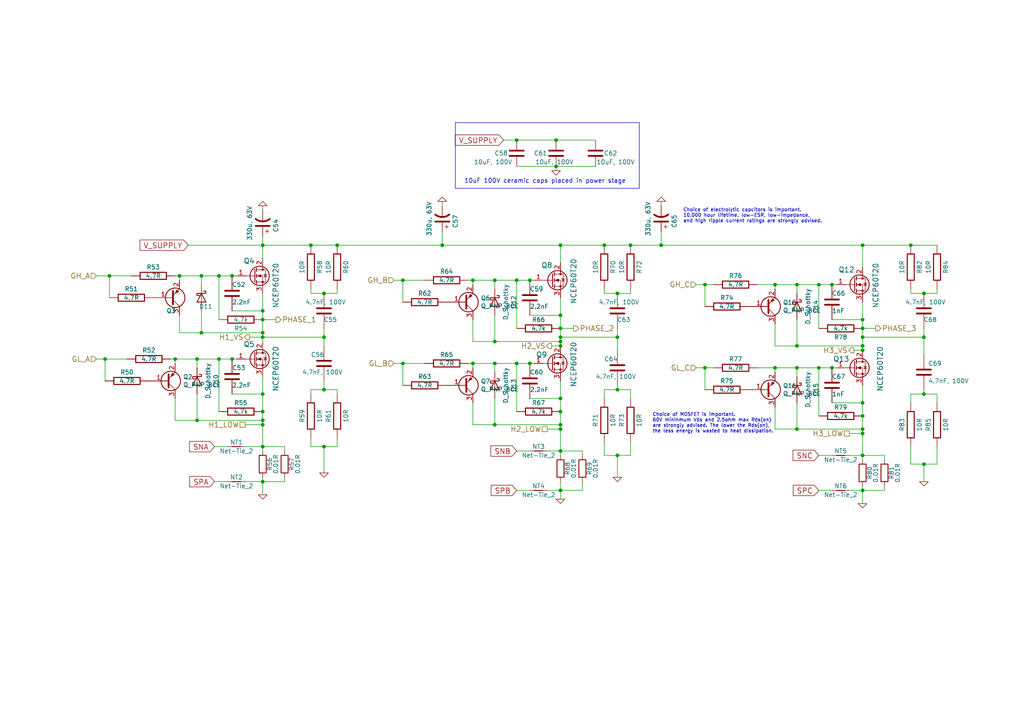
<source format=kicad_sch>
(kicad_sch (version 20230121) (generator eeschema)
  (paper "A4")
  (title_block (title "Cheap FOCer 2") (date "2020-04-08") (rev "0.9") (company "Shaman Systems") (comment 1 "Root") (comment 4 "Top level"))
  (junction (at 179.07 132.08))
  (junction (at 162.56 142.24))
  (junction (at 76.2 97.79))
  (junction (at 250.19 95.25))
  (junction (at 161.29 48.26))
  (junction (at 76.2 71.12))
  (junction (at 162.56 71.12))
  (junction (at 267.97 97.79))
  (junction (at 264.16 71.12))
  (junction (at 162.56 119.38))
  (junction (at 162.56 91.44))
  (junction (at 162.56 95.25))
  (junction (at 231.14 124.46))
  (junction (at 162.56 97.79))
  (junction (at 231.14 106.68))
  (junction (at 63.5 80.01))
  (junction (at 250.19 125.73))
  (junction (at 241.3 106.68))
  (junction (at 97.79 71.12))
  (junction (at 143.51 99.06))
  (junction (at 250.19 142.24))
  (junction (at 204.47 82.55))
  (junction (at 153.67 105.41))
  (junction (at 58.42 80.01))
  (junction (at 204.47 106.68))
  (junction (at 76.2 121.92))
  (junction (at 128.27 71.12))
  (junction (at 143.51 123.19))
  (junction (at 116.84 81.28))
  (junction (at 237.49 82.55))
  (junction (at 76.2 129.54))
  (junction (at 93.98 113.03))
  (junction (at 76.2 92.71))
  (junction (at 224.79 106.68))
  (junction (at 143.51 105.41))
  (junction (at 76.2 114.3))
  (junction (at 224.79 82.55))
  (junction (at 162.56 130.81))
  (junction (at 231.14 82.55))
  (junction (at 267.97 134.62))
  (junction (at 162.56 124.46))
  (junction (at 76.2 139.7))
  (junction (at 58.42 96.52))
  (junction (at 250.19 101.6))
  (junction (at 267.97 85.09))
  (junction (at 250.19 124.46))
  (junction (at 237.49 106.68))
  (junction (at 250.19 116.84))
  (junction (at 267.97 114.3))
  (junction (at 67.31 104.14))
  (junction (at 149.86 40.64))
  (junction (at 250.19 97.79))
  (junction (at 162.56 100.33))
  (junction (at 149.86 81.28))
  (junction (at 63.5 104.14))
  (junction (at 31.75 80.01))
  (junction (at 76.2 96.52))
  (junction (at 90.17 71.12))
  (junction (at 93.98 85.09))
  (junction (at 241.3 82.55))
  (junction (at 67.31 80.01))
  (junction (at 179.07 97.79))
  (junction (at 153.67 81.28))
  (junction (at 57.15 121.92))
  (junction (at 179.07 85.09))
  (junction (at 231.14 100.33))
  (junction (at 179.07 113.03))
  (junction (at 161.29 40.64))
  (junction (at 250.19 92.71))
  (junction (at 50.8 104.14))
  (junction (at 250.19 100.33))
  (junction (at 149.86 105.41))
  (junction (at 137.16 105.41))
  (junction (at 137.16 81.28))
  (junction (at 52.07 80.01))
  (junction (at 116.84 105.41))
  (junction (at 57.15 104.14))
  (junction (at 175.26 71.12))
  (junction (at 30.48 104.14))
  (junction (at 162.56 115.57))
  (junction (at 143.51 81.28))
  (junction (at 76.2 123.19))
  (junction (at 250.19 71.12))
  (junction (at 76.2 90.17))
  (junction (at 76.2 119.38))
  (junction (at 93.98 129.54))
  (junction (at 162.56 99.06))
  (junction (at 250.19 132.08))
  (junction (at 250.19 120.65))
  (junction (at 93.98 97.79))
  (junction (at 182.88 71.12))
  (junction (at 162.56 123.19))
  (junction (at 191.77 71.12))
  (wire (pts (xy 256.54 140.97) (xy 256.54 142.24)))
  (wire (pts (xy 149.86 119.38) (xy 149.86 105.41)))
  (wire (pts (xy 82.55 130.81) (xy 82.55 129.54)))
  (wire (pts (xy 271.78 129.54) (xy 271.78 134.62)))
  (wire (pts (xy 76.2 71.12) (xy 90.17 71.12)))
  (wire (pts (xy 76.2 139.7) (xy 76.2 143.51)))
  (wire (pts (xy 241.3 106.68) (xy 242.57 106.68)))
  (wire (pts (xy 271.78 85.09) (xy 271.78 83.82)))
  (wire (pts (xy 168.91 132.08) (xy 168.91 130.81)))
  (wire (pts (xy 224.79 107.95) (xy 224.79 106.68)))
  (wire (pts (xy 63.5 92.71) (xy 63.5 80.01)))
  (wire (pts (xy 237.49 106.68) (xy 241.3 106.68)))
  (polyline (pts (xy 185.42 35.56) (xy 132.08 35.56)))
  (wire (pts (xy 149.86 142.24) (xy 153.67 142.24)))
  (wire (pts (xy 237.49 132.08) (xy 241.3 132.08)))
  (wire (pts (xy 90.17 129.54) (xy 90.17 127)))
  (wire (pts (xy 97.79 71.12) (xy 128.27 71.12)))
  (wire (pts (xy 90.17 113.03) (xy 90.17 114.3)))
  (wire (pts (xy 179.07 85.09) (xy 182.88 85.09)))
  (wire (pts (xy 143.51 123.19) (xy 162.56 123.19)))
  (wire (pts (xy 93.98 113.03) (xy 90.17 113.03)))
  (wire (pts (xy 50.8 80.01) (xy 52.07 80.01)))
  (polyline (pts (xy 185.42 54.61) (xy 185.42 35.56)))
  (wire (pts (xy 267.97 95.25) (xy 267.97 97.79)))
  (wire (pts (xy 179.07 132.08) (xy 175.26 132.08)))
  (wire (pts (xy 179.07 138.43) (xy 179.07 132.08)))
  (wire (pts (xy 264.16 114.3) (xy 264.16 116.84)))
  (wire (pts (xy 241.3 92.71) (xy 250.19 92.71)))
  (wire (pts (xy 175.26 85.09) (xy 179.07 85.09)))
  (wire (pts (xy 256.54 133.35) (xy 256.54 132.08)))
  (wire (pts (xy 76.2 92.71) (xy 80.01 92.71)))
  (wire (pts (xy 168.91 142.24) (xy 162.56 142.24)))
  (wire (pts (xy 201.93 106.68) (xy 204.47 106.68)))
  (wire (pts (xy 116.84 87.63) (xy 116.84 81.28)))
  (wire (pts (xy 116.84 111.76) (xy 116.84 105.41)))
  (wire (pts (xy 71.12 123.19) (xy 76.2 123.19)))
  (wire (pts (xy 52.07 81.28) (xy 52.07 80.01)))
  (wire (pts (xy 76.2 60.96) (xy 76.2 59.69)))
  (wire (pts (xy 153.67 115.57) (xy 162.56 115.57)))
  (wire (pts (xy 231.14 106.68) (xy 224.79 106.68)))
  (wire (pts (xy 63.5 104.14) (xy 63.5 119.38)))
  (wire (pts (xy 128.27 71.12) (xy 162.56 71.12)))
  (wire (pts (xy 162.56 144.78) (xy 162.56 142.24)))
  (wire (pts (xy 143.51 123.19) (xy 137.16 123.19)))
  (wire (pts (xy 76.2 123.19) (xy 76.2 129.54)))
  (wire (pts (xy 93.98 85.09) (xy 97.79 85.09)))
  (wire (pts (xy 90.17 85.09) (xy 93.98 85.09)))
  (wire (pts (xy 72.39 97.79) (xy 76.2 97.79)))
  (wire (pts (xy 246.38 132.08) (xy 250.19 132.08)))
  (wire (pts (xy 182.88 115.57) (xy 182.88 113.03)))
  (wire (pts (xy 224.79 106.68) (xy 219.71 106.68)))
  (wire (pts (xy 224.79 93.98) (xy 224.79 100.33)))
  (wire (pts (xy 162.56 95.25) (xy 166.37 95.25)))
  (wire (pts (xy 246.38 142.24) (xy 250.19 142.24)))
  (wire (pts (xy 97.79 114.3) (xy 97.79 113.03)))
  (wire (pts (xy 267.97 113.03) (xy 267.97 114.3)))
  (wire (pts (xy 97.79 113.03) (xy 93.98 113.03)))
  (wire (pts (xy 137.16 92.71) (xy 137.16 99.06)))
  (wire (pts (xy 27.94 104.14) (xy 30.48 104.14)))
  (wire (pts (xy 76.2 71.12) (xy 76.2 74.93)))
  (wire (pts (xy 204.47 113.03) (xy 204.47 106.68)))
  (wire (pts (xy 63.5 104.14) (xy 67.31 104.14)))
  (wire (pts (xy 30.48 110.49) (xy 30.48 104.14)))
  (wire (pts (xy 246.38 125.73) (xy 250.19 125.73)))
  (wire (pts (xy 231.14 100.33) (xy 224.79 100.33)))
  (wire (pts (xy 71.12 129.54) (xy 76.2 129.54)))
  (wire (pts (xy 137.16 105.41) (xy 143.51 105.41)))
  (wire (pts (xy 76.2 121.92) (xy 76.2 123.19)))
  (wire (pts (xy 250.19 71.12) (xy 264.16 71.12)))
  (wire (pts (xy 149.86 81.28) (xy 153.67 81.28)))
  (wire (pts (xy 57.15 114.3) (xy 57.15 121.92)))
  (wire (pts (xy 50.8 104.14) (xy 57.15 104.14)))
  (wire (pts (xy 93.98 137.16) (xy 93.98 129.54)))
  (wire (pts (xy 237.49 120.65) (xy 237.49 106.68)))
  (wire (pts (xy 237.49 82.55) (xy 241.3 82.55)))
  (polyline (pts (xy 132.08 54.61) (xy 185.42 54.61)))
  (wire (pts (xy 224.79 118.11) (xy 224.79 124.46)))
  (wire (pts (xy 153.67 91.44) (xy 162.56 91.44)))
  (wire (pts (xy 241.3 116.84) (xy 250.19 116.84)))
  (wire (pts (xy 63.5 80.01) (xy 67.31 80.01)))
  (wire (pts (xy 161.29 48.26) (xy 161.29 49.53)))
  (wire (pts (xy 237.49 142.24) (xy 241.3 142.24)))
  (wire (pts (xy 49.53 104.14) (xy 50.8 104.14)))
  (wire (pts (xy 204.47 88.9) (xy 204.47 82.55)))
  (wire (pts (xy 58.42 96.52) (xy 76.2 96.52)))
  (wire (pts (xy 247.65 101.6) (xy 250.19 101.6)))
  (wire (pts (xy 162.56 71.12) (xy 162.56 76.2)))
  (wire (pts (xy 250.19 92.71) (xy 250.19 95.25)))
  (wire (pts (xy 57.15 106.68) (xy 57.15 104.14)))
  (wire (pts (xy 231.14 124.46) (xy 224.79 124.46)))
  (wire (pts (xy 231.14 124.46) (xy 250.19 124.46)))
  (wire (pts (xy 54.61 71.12) (xy 76.2 71.12)))
  (wire (pts (xy 271.78 134.62) (xy 267.97 134.62)))
  (wire (pts (xy 191.77 67.31) (xy 191.77 71.12)))
  (wire (pts (xy 76.2 109.22) (xy 76.2 114.3)))
  (wire (pts (xy 162.56 142.24) (xy 162.56 139.7)))
  (wire (pts (xy 82.55 138.43) (xy 82.55 139.7)))
  (wire (pts (xy 30.48 104.14) (xy 36.83 104.14)))
  (wire (pts (xy 52.07 91.44) (xy 52.07 96.52)))
  (wire (pts (xy 179.07 113.03) (xy 175.26 113.03)))
  (wire (pts (xy 161.29 48.26) (xy 172.72 48.26)))
  (wire (pts (xy 71.12 139.7) (xy 76.2 139.7)))
  (wire (pts (xy 161.29 40.64) (xy 172.72 40.64)))
  (wire (pts (xy 250.19 146.05) (xy 250.19 142.24)))
  (wire (pts (xy 267.97 85.09) (xy 271.78 85.09)))
  (wire (pts (xy 207.01 82.55) (xy 204.47 82.55)))
  (wire (pts (xy 224.79 83.82) (xy 224.79 82.55)))
  (wire (pts (xy 271.78 116.84) (xy 271.78 114.3)))
  (wire (pts (xy 162.56 115.57) (xy 162.56 119.38)))
  (wire (pts (xy 158.75 130.81) (xy 162.56 130.81)))
  (wire (pts (xy 175.26 71.12) (xy 182.88 71.12)))
  (wire (pts (xy 250.19 111.76) (xy 250.19 116.84)))
  (wire (pts (xy 146.05 40.64) (xy 149.86 40.64)))
  (wire (pts (xy 27.94 80.01) (xy 31.75 80.01)))
  (wire (pts (xy 116.84 81.28) (xy 123.19 81.28)))
  (wire (pts (xy 241.3 82.55) (xy 242.57 82.55)))
  (wire (pts (xy 219.71 82.55) (xy 224.79 82.55)))
  (wire (pts (xy 191.77 71.12) (xy 250.19 71.12)))
  (wire (pts (xy 231.14 109.22) (xy 231.14 106.68)))
  (wire (pts (xy 153.67 105.41) (xy 154.94 105.41)))
  (wire (pts (xy 204.47 82.55) (xy 201.93 82.55)))
  (wire (pts (xy 231.14 116.84) (xy 231.14 124.46)))
  (wire (pts (xy 250.19 132.08) (xy 250.19 133.35)))
  (wire (pts (xy 143.51 99.06) (xy 137.16 99.06)))
  (wire (pts (xy 93.98 110.49) (xy 93.98 113.03)))
  (wire (pts (xy 162.56 110.49) (xy 162.56 115.57)))
  (wire (pts (xy 175.26 113.03) (xy 175.26 115.57)))
  (wire (pts (xy 231.14 82.55) (xy 237.49 82.55)))
  (wire (pts (xy 93.98 129.54) (xy 90.17 129.54)))
  (wire (pts (xy 162.56 86.36) (xy 162.56 91.44)))
  (wire (pts (xy 128.27 59.69) (xy 128.27 58.42)))
  (wire (pts (xy 149.86 130.81) (xy 153.67 130.81)))
  (wire (pts (xy 97.79 127) (xy 97.79 129.54)))
  (wire (pts (xy 250.19 142.24) (xy 250.19 140.97)))
  (wire (pts (xy 162.56 71.12) (xy 175.26 71.12)))
  (wire (pts (xy 143.51 99.06) (xy 162.56 99.06)))
  (wire (pts (xy 179.07 95.25) (xy 179.07 97.79)))
  (wire (pts (xy 67.31 90.17) (xy 76.2 90.17)))
  (wire (pts (xy 250.19 120.65) (xy 250.19 124.46)))
  (wire (pts (xy 182.88 71.12) (xy 191.77 71.12)))
  (wire (pts (xy 67.31 80.01) (xy 68.58 80.01)))
  (wire (pts (xy 149.86 81.28) (xy 149.86 95.25)))
  (wire (pts (xy 76.2 97.79) (xy 76.2 99.06)))
  (wire (pts (xy 58.42 96.52) (xy 52.07 96.52)))
  (wire (pts (xy 50.8 115.57) (xy 50.8 121.92)))
  (wire (pts (xy 175.26 132.08) (xy 175.26 128.27)))
  (wire (pts (xy 256.54 132.08) (xy 250.19 132.08)))
  (wire (pts (xy 204.47 106.68) (xy 207.01 106.68)))
  (wire (pts (xy 168.91 139.7) (xy 168.91 142.24)))
  (wire (pts (xy 143.51 107.95) (xy 143.51 105.41)))
  (wire (pts (xy 168.91 130.81) (xy 162.56 130.81)))
  (wire (pts (xy 76.2 85.09) (xy 76.2 90.17)))
  (wire (pts (xy 191.77 59.69) (xy 191.77 58.42)))
  (wire (pts (xy 153.67 81.28) (xy 154.94 81.28)))
  (wire (pts (xy 135.89 105.41) (xy 137.16 105.41)))
  (wire (pts (xy 50.8 105.41) (xy 50.8 104.14)))
  (wire (pts (xy 264.16 71.12) (xy 271.78 71.12)))
  (wire (pts (xy 76.2 114.3) (xy 76.2 119.38)))
  (wire (pts (xy 182.88 113.03) (xy 179.07 113.03)))
  (wire (pts (xy 82.55 129.54) (xy 76.2 129.54)))
  (wire (pts (xy 231.14 85.09) (xy 231.14 82.55)))
  (wire (pts (xy 182.88 128.27) (xy 182.88 132.08)))
  (wire (pts (xy 162.56 99.06) (xy 162.56 100.33)))
  (wire (pts (xy 160.02 100.33) (xy 162.56 100.33)))
  (wire (pts (xy 143.51 81.28) (xy 137.16 81.28)))
  (wire (pts (xy 93.98 100.33) (xy 93.98 97.79)))
  (wire (pts (xy 250.19 125.73) (xy 250.19 132.08)))
  (wire (pts (xy 31.75 86.36) (xy 31.75 80.01)))
  (wire (pts (xy 58.42 82.55) (xy 58.42 80.01)))
  (wire (pts (xy 57.15 121.92) (xy 76.2 121.92)))
  (wire (pts (xy 67.31 104.14) (xy 68.58 104.14)))
  (wire (pts (xy 264.16 83.82) (xy 264.16 85.09)))
  (wire (pts (xy 162.56 130.81) (xy 162.56 132.08)))
  (wire (pts (xy 267.97 134.62) (xy 264.16 134.62)))
  (wire (pts (xy 57.15 121.92) (xy 50.8 121.92)))
  (polyline (pts (xy 132.08 35.56) (xy 132.08 54.61)))
  (wire (pts (xy 267.97 139.7) (xy 267.97 134.62)))
  (wire (pts (xy 76.2 119.38) (xy 76.2 121.92)))
  (wire (pts (xy 143.51 81.28) (xy 149.86 81.28)))
  (wire (pts (xy 250.19 95.25) (xy 250.19 97.79)))
  (wire (pts (xy 116.84 105.41) (xy 123.19 105.41)))
  (wire (pts (xy 264.16 85.09) (xy 267.97 85.09)))
  (wire (pts (xy 250.19 124.46) (xy 250.19 125.73)))
  (wire (pts (xy 250.19 71.12) (xy 250.19 77.47)))
  (wire (pts (xy 90.17 83.82) (xy 90.17 85.09)))
  (wire (pts (xy 250.19 97.79) (xy 250.19 100.33)))
  (wire (pts (xy 137.16 116.84) (xy 137.16 123.19)))
  (wire (pts (xy 76.2 129.54) (xy 76.2 130.81)))
  (wire (pts (xy 90.17 71.12) (xy 97.79 71.12)))
  (wire (pts (xy 58.42 80.01) (xy 63.5 80.01)))
  (wire (pts (xy 162.56 124.46) (xy 162.56 130.81)))
  (wire (pts (xy 114.3 105.41) (xy 116.84 105.41)))
  (wire (pts (xy 158.75 142.24) (xy 162.56 142.24)))
  (wire (pts (xy 237.49 82.55) (xy 237.49 95.25)))
  (wire (pts (xy 149.86 105.41) (xy 153.67 105.41)))
  (wire (pts (xy 162.56 95.25) (xy 162.56 97.79)))
  (wire (pts (xy 76.2 139.7) (xy 76.2 138.43)))
  (wire (pts (xy 62.23 129.54) (xy 66.04 129.54)))
  (wire (pts (xy 250.19 95.25) (xy 254 95.25)))
  (wire (pts (xy 143.51 83.82) (xy 143.51 81.28)))
  (wire (pts (xy 149.86 48.26) (xy 161.29 48.26)))
  (wire (pts (xy 250.19 100.33) (xy 250.19 101.6)))
  (wire (pts (xy 62.23 139.7) (xy 66.04 139.7)))
  (wire (pts (xy 97.79 85.09) (xy 97.79 83.82)))
  (wire (pts (xy 162.56 97.79) (xy 179.07 97.79)))
  (wire (pts (xy 31.75 80.01) (xy 38.1 80.01)))
  (wire (pts (xy 182.88 132.08) (xy 179.07 132.08)))
  (wire (pts (xy 162.56 91.44) (xy 162.56 95.25)))
  (wire (pts (xy 175.26 83.82) (xy 175.26 85.09)))
  (wire (pts (xy 162.56 123.19) (xy 162.56 124.46)))
  (wire (pts (xy 158.75 124.46) (xy 162.56 124.46)))
  (wire (pts (xy 137.16 106.68) (xy 137.16 105.41)))
  (wire (pts (xy 179.07 111.76) (xy 179.07 113.03)))
  (wire (pts (xy 58.42 90.17) (xy 58.42 96.52)))
  (wire (pts (xy 76.2 68.58) (xy 76.2 71.12)))
  (wire (pts (xy 76.2 92.71) (xy 76.2 96.52)))
  (wire (pts (xy 82.55 139.7) (xy 76.2 139.7)))
  (wire (pts (xy 52.07 80.01) (xy 58.42 80.01)))
  (wire (pts (xy 149.86 40.64) (xy 161.29 40.64)))
  (wire (pts (xy 93.98 95.25) (xy 93.98 97.79)))
  (wire (pts (xy 143.51 115.57) (xy 143.51 123.19)))
  (wire (pts (xy 143.51 105.41) (xy 149.86 105.41)))
  (wire (pts (xy 231.14 100.33) (xy 250.19 100.33)))
  (wire (pts (xy 135.89 81.28) (xy 137.16 81.28)))
  (wire (pts (xy 76.2 90.17) (xy 76.2 92.71)))
  (wire (pts (xy 76.2 97.79) (xy 93.98 97.79)))
  (wire (pts (xy 143.51 91.44) (xy 143.51 99.06)))
  (wire (pts (xy 250.19 116.84) (xy 250.19 120.65)))
  (wire (pts (xy 231.14 92.71) (xy 231.14 100.33)))
  (wire (pts (xy 231.14 106.68) (xy 237.49 106.68)))
  (wire (pts (xy 224.79 82.55) (xy 231.14 82.55)))
  (wire (pts (xy 57.15 104.14) (xy 63.5 104.14)))
  (wire (pts (xy 256.54 142.24) (xy 250.19 142.24)))
  (wire (pts (xy 267.97 102.87) (xy 267.97 97.79)))
  (wire (pts (xy 128.27 67.31) (xy 128.27 71.12)))
  (wire (pts (xy 162.56 119.38) (xy 162.56 123.19)))
  (wire (pts (xy 76.2 96.52) (xy 76.2 97.79)))
  (wire (pts (xy 97.79 129.54) (xy 93.98 129.54)))
  (wire (pts (xy 179.07 101.6) (xy 179.07 97.79)))
  (wire (pts (xy 67.31 114.3) (xy 76.2 114.3)))
  (wire (pts (xy 250.19 97.79) (xy 267.97 97.79)))
  (wire (pts (xy 137.16 81.28) (xy 137.16 82.55)))
  (wire (pts (xy 267.97 114.3) (xy 264.16 114.3)))
  (wire (pts (xy 271.78 114.3) (xy 267.97 114.3)))
  (wire (pts (xy 264.16 134.62) (xy 264.16 129.54)))
  (wire (pts (xy 182.88 85.09) (xy 182.88 83.82)))
  (wire (pts (xy 114.3 81.28) (xy 116.84 81.28)))
  (wire (pts (xy 250.19 87.63) (xy 250.19 92.71)))
  (wire (pts (xy 162.56 97.79) (xy 162.56 99.06)))
  (text "Choice of MOSFET is important. \n60V mininmum Vds and 2.5ohm max Rds(on) \nare strongly advised. The lower the Rds(on), \nthe less energy is wasted to heat dissipation. " (at 189.23 125.73 0) (effects (font (size 0.9906 0.9906)) (justify left bottom)))
  (text "Choice of electrolytic capcitors is important. \n10,000 hour lifetime, low-ESR, low-impedance, \nand high ripple current ratings are strongly advised." (at 198.12 64.77 0) (effects (font (size 0.9906 0.9906)) (justify left bottom)))
  (text "10uF 100V ceramic caps placed in power stage" (at 134.62 53.34 0) (effects (font (size 1.27 1.27)) (justify left bottom)))
  (global_label "SPB" (shape input) (at 149.86 142.24 180) (effects (font (size 1.524 1.524))) (property "Intersheetrefs" "${INTERSHEET_REFS}" (effects hide)))
  (global_label "SNA" (shape input) (at 62.23 129.54 180) (effects (font (size 1.524 1.524))) (property "Intersheetrefs" "${INTERSHEET_REFS}" (effects hide)))
  (global_label "SPC" (shape input) (at 237.49 142.24 180) (effects (font (size 1.524 1.524))) (property "Intersheetrefs" "${INTERSHEET_REFS}" (effects hide)))
  (global_label "SNB" (shape input) (at 149.86 130.81 180) (effects (font (size 1.524 1.524))) (property "Intersheetrefs" "${INTERSHEET_REFS}" (effects hide)))
  (global_label "V_SUPPLY" (shape input) (at 146.05 40.64 180) (effects (font (size 1.524 1.524))) (property "Intersheetrefs" "${INTERSHEET_REFS}" (effects hide)))
  (global_label "V_SUPPLY" (shape input) (at 54.61 71.12 180) (effects (font (size 1.524 1.524))) (property "Intersheetrefs" "${INTERSHEET_REFS}" (effects hide)))
  (global_label "SNC" (shape input) (at 237.49 132.08 180) (effects (font (size 1.524 1.524))) (property "Intersheetrefs" "${INTERSHEET_REFS}" (effects hide)))
  (global_label "SPA" (shape input) (at 62.23 139.7 180) (effects (font (size 1.524 1.524))) (property "Intersheetrefs" "${INTERSHEET_REFS}" (effects hide)))
  (hierarchical_label "H2_LOW" (shape passive) (at 158.75 124.46 180) (effects (font (size 1.524 1.524))))
  (hierarchical_label "H3_LOW" (shape passive) (at 246.38 125.73 180) (effects (font (size 1.524 1.524))))
  (hierarchical_label "PHASE_3" (shape output) (at 254 95.25 0) (effects (font (size 1.524 1.524))))
  (hierarchical_label "GL_B" (shape input) (at 114.3 105.41 180) (effects (font (size 1.524 1.524))))
  (hierarchical_label "GH_B" (shape input) (at 114.3 81.28 180) (effects (font (size 1.524 1.524))))
  (hierarchical_label "GL_A" (shape input) (at 27.94 104.14 180) (effects (font (size 1.524 1.524))))
  (hierarchical_label "H2_VS" (shape output) (at 160.02 100.33 180) (effects (font (size 1.524 1.524))))
  (hierarchical_label "GH_C" (shape input) (at 201.93 82.55 180) (effects (font (size 1.524 1.524))))
  (hierarchical_label "PHASE_1" (shape output) (at 80.01 92.71 0) (effects (font (size 1.524 1.524))))
  (hierarchical_label "GL_C" (shape input) (at 201.93 106.68 180) (effects (font (size 1.524 1.524))))
  (hierarchical_label "PHASE_2" (shape output) (at 166.37 95.25 0) (effects (font (size 1.524 1.524))))
  (hierarchical_label "GH_A" (shape input) (at 27.94 80.01 180) (effects (font (size 1.524 1.524))))
  (hierarchical_label "H1_VS" (shape output) (at 72.39 97.79 180) (effects (font (size 1.524 1.524))))
  (hierarchical_label "H1_LOW" (shape passive) (at 71.12 123.19 180) (effects (font (size 1.524 1.524))))
  (hierarchical_label "H3_VS" (shape output) (at 247.65 101.6 180) (effects (font (size 1.524 1.524))))
  (symbol (lib_id "Device:Q_NMOS_GDS") (at 73.66 80.01 0) (unit 1)
    (property "Reference" "Q4" (at 73.914 75.692 0) (effects (font (size 1.524 1.524)) (justify right)))
    (property "Value" "NCEP60T20" (at 80.01 76.2 90) (effects (font (size 1.524 1.524)) (justify right)))
    (property "Footprint" "shapes3D:TO-220-3_Horizontal_TabUp_no_hole" (effects hide))
    (property "LCSC Part#" "C284868" (effects hide))
    (property "LSCS Part #" "C284868" (effects hide))
    (property "LCSC Part #" "C284868" (effects hide))
  )
  (symbol (lib_id "Device:Q_NMOS_GDS") (at 73.66 104.14 0) (unit 1)
    (property "Reference" "Q5" (at 73.914 99.822 0) (effects (font (size 1.524 1.524)) (justify right)))
    (property "Value" "NCEP60T20" (at 80.01 100.33 90) (effects (font (size 1.524 1.524)) (justify right)))
    (property "Footprint" "shapes3D:TO-220-3_Horizontal_TabUp_no_hole" (effects hide))
    (property "LCSC Part#" "C284868" (effects hide))
    (property "LSCS Part #" "C284868" (effects hide))
    (property "LCSC Part #" "C284868" (effects hide))
  )
  (symbol (lib_id "Device:Q_NMOS_GDS") (at 160.02 105.41 0) (unit 1)
    (property "Reference" "Q9" (at 158.75 102.87 0) (effects (font (size 1.524 1.524)) (justify right)))
    (property "Value" "NCEP60T20" (at 166.37 99.06 90) (effects (font (size 1.524 1.524)) (justify right)))
    (property "Footprint" "shapes3D:TO-220-3_Horizontal_TabUp_no_hole" (effects hide))
    (property "LCSC Part#" "C284868" (effects hide))
    (property "LSCS Part #" "C284868" (effects hide))
    (property "LCSC Part #" "C284868" (effects hide))
  )
  (symbol (lib_id "Device:Q_NMOS_GDS") (at 160.02 81.28 0) (unit 1)
    (property "Reference" "Q8" (at 160.274 76.962 0) (effects (font (size 1.524 1.524)) (justify right)))
    (property "Value" "NCEP60T20" (at 166.37 74.93 90) (effects (font (size 1.524 1.524)) (justify right)))
    (property "Footprint" "shapes3D:TO-220-3_Horizontal_TabUp_no_hole" (effects hide))
    (property "LCSC Part#" "C284868" (effects hide))
    (property "LSCS Part #" "C284868" (effects hide))
    (property "LCSC Part #" "C284868" (effects hide))
  )
  (symbol (lib_id "Device:Q_NMOS_GDS") (at 247.65 82.55 0) (unit 1)
    (property "Reference" "Q12" (at 247.904 78.232 0) (effects (font (size 1.524 1.524)) (justify right)))
    (property "Value" "NCEP60T20" (at 254 76.2 90) (effects (font (size 1.524 1.524)) (justify right)))
    (property "Footprint" "shapes3D:TO-220-3_Horizontal_TabUp_no_hole" (effects hide))
    (property "LCSC Part#" "C284868" (effects hide))
    (property "LSCS Part #" "C284868" (effects hide))
    (property "LCSC Part #" "C284868" (effects hide))
  )
  (symbol (lib_id "Device:Q_NMOS_GDS") (at 247.65 106.68 0) (unit 1)
    (property "Reference" "Q13" (at 246.38 104.14 0) (effects (font (size 1.524 1.524)) (justify right)))
    (property "Value" "NCEP60T20" (at 255.27 100.33 90) (effects (font (size 1.524 1.524)) (justify right)))
    (property "Footprint" "shapes3D:TO-220-3_Horizontal_TabUp_no_hole" (effects hide))
    (property "LCSC Part#" "C284868" (effects hide))
    (property "LSCS Part #" "C284868" (effects hide))
    (property "LCSC Part #" "C284868" (effects hide))
  )
  (symbol (lib_id "Device:R") (at 76.2 134.62 0) (mirror x) (unit 1)
    (property "Reference" "R56" (at 78.232 134.62 90))
    (property "Value" "0.01R" (at 80.01 134.62 90))
    (property "Footprint" "shapes3D:R_2512_Yageo_big_pads" (effects hide))
    (property "Datasheet" "https://www.mouser.com/datasheet/2/54/ss2h-2512-1302652.pdf" (effects hide))
    (property "LCSC Part#" "C2903468" (effects hide))
    (property "LSCS Part #" "C2903468" (effects hide))
    (property "LCSC Part #" "C2903468" (effects hide))
  )
  (symbol (lib_id "BLDC_4-rescue:GND-RESCUE-BLDC_4") (at 76.2 143.51 0) (unit 1)
    (property "Reference" "#PWR080" (effects hide))
    (property "Value" "GND" (effects hide))
  )
  (symbol (lib_id "Device:R") (at 162.56 135.89 0) (mirror x) (unit 1)
    (property "Reference" "R68" (at 164.592 135.89 90))
    (property "Value" "0.01R" (at 166.37 135.89 90))
    (property "Footprint" "shapes3D:R_2512_Yageo_big_pads" (effects hide))
    (property "LCSC Part#" "C2903468" (effects hide))
    (property "LSCS Part #" "C2903468" (effects hide))
    (property "LCSC Part #" "C2903468" (effects hide))
  )
  (symbol (lib_id "Device:R") (at 250.19 137.16 0) (mirror x) (unit 1)
    (property "Reference" "R80" (at 252.222 137.16 90))
    (property "Value" "0.01R" (at 254 137.16 90))
    (property "Footprint" "shapes3D:R_2512_Yageo_big_pads" (effects hide))
    (property "LCSC Part#" "C2903468" (effects hide))
    (property "LSCS Part #" "C2903468" (effects hide))
    (property "LCSC Part #" "C2903468" (effects hide))
  )
  (symbol (lib_id "BLDC_4-rescue:GND-RESCUE-BLDC_4") (at 162.56 144.78 0) (unit 1)
    (property "Reference" "#PWR084" (effects hide))
    (property "Value" "GND" (effects hide))
  )
  (symbol (lib_id "BLDC_4-rescue:GND-RESCUE-BLDC_4") (at 250.19 146.05 0) (unit 1)
    (property "Reference" "#PWR087" (effects hide))
    (property "Value" "GND" (effects hide))
  )
  (symbol (lib_id "Cheap-FOCer-2-60mm-rescue:CP1-Device") (at 128.27 63.5 180) (unit 1)
    (property "Reference" "C57" (at 132.08 62.23 90) (effects (justify left)))
    (property "Value" "330u, 63V" (at 124.46 58.42 90) (effects (justify left)))
    (property "Footprint" "shapes3D:CP_10x20mm_hor_with_model_mirrored_less_silk" (effects hide))
    (property "LCSC Part#" "C437643" (effects hide))
    (property "LSCS Part #" "C437643" (effects hide))
    (property "LCSC Part #" "C437643" (effects hide))
  )
  (symbol (lib_id "BLDC_4-rescue:GND-RESCUE-BLDC_4") (at 128.27 58.42 180) (unit 1)
    (property "Reference" "#PWR082" (effects hide))
    (property "Value" "GND" (effects hide))
  )
  (symbol (lib_id "Device:C") (at 161.29 44.45 180) (unit 1)
    (property "Reference" "C61" (at 158.75 44.45 0) (effects (justify left)))
    (property "Value" "10uF, 100V" (at 166.37 46.99 0) (effects (justify left)))
    (property "Footprint" "Capacitor_SMD:C_2220_5650Metric_Pad1.97x5.40mm_HandSolder" (effects hide))
    (property "LCSC Part#" "C153035" (effects hide))
    (property "LSCS Part #" "C153035" (effects hide))
    (property "LCSC Part #" "C153035" (effects hide))
  )
  (symbol (lib_id "Device:C") (at 149.86 44.45 180) (unit 1)
    (property "Reference" "C58" (at 147.32 44.45 0) (effects (justify left)))
    (property "Value" "10uF, 100V" (at 148.59 46.99 0) (effects (justify left)))
    (property "Footprint" "Capacitor_SMD:C_2220_5650Metric_Pad1.97x5.40mm_HandSolder" (effects hide))
    (property "Datasheet" "https://www.mouser.com/datasheet/2/440/e_WIMA_MKS_4-1139797.pdf" (effects hide))
    (property "LCSC Part#" "C153035" (effects hide))
    (property "LSCS Part #" "C153035" (effects hide))
    (property "LCSC Part #" "C153035" (effects hide))
  )
  (symbol (lib_id "BLDC_4-rescue:GND-RESCUE-BLDC_4") (at 161.29 49.53 0) (unit 1)
    (property "Reference" "#PWR083" (effects hide))
    (property "Value" "GND" (effects hide))
  )
  (symbol (lib_id "BLDC_4-rescue:R-RESCUE-BLDC_4") (at 69.85 119.38 90) (unit 1)
    (property "Reference" "R55" (at 69.85 116.84 90))
    (property "Value" "4.7k" (at 69.85 119.38 90))
    (property "Footprint" "Resistor_SMD:R_0603_1608Metric" (effects hide))
    (property "LCSC Part#" "C23162" (effects hide))
    (property "LSCS Part #" "C23162" (effects hide))
    (property "LCSC Part #" "C23162" (effects hide))
  )
  (symbol (lib_id "BLDC_4-rescue:R-RESCUE-BLDC_4") (at 156.21 119.38 270) (unit 1)
    (property "Reference" "R67" (at 156.21 116.84 90))
    (property "Value" "4.7k" (at 156.21 119.38 90))
    (property "Footprint" "Resistor_SMD:R_0603_1608Metric" (effects hide))
    (property "LCSC Part#" "C23162" (effects hide))
    (property "LSCS Part #" "C23162" (effects hide))
    (property "LCSC Part #" "C23162" (effects hide))
  )
  (symbol (lib_id "BLDC_4-rescue:R-RESCUE-BLDC_4") (at 243.84 120.65 270) (unit 1)
    (property "Reference" "R79" (at 243.84 118.11 90))
    (property "Value" "4.7k" (at 243.84 120.65 90))
    (property "Footprint" "Resistor_SMD:R_0603_1608Metric" (effects hide))
    (property "LCSC Part#" "C23162" (effects hide))
    (property "LSCS Part #" "C23162" (effects hide))
    (property "LCSC Part #" "C23162" (effects hide))
  )
  (symbol (lib_id "BLDC_4-rescue:R-RESCUE-BLDC_4") (at 69.85 92.71 90) (unit 1)
    (property "Reference" "R54" (at 69.85 95.25 90))
    (property "Value" "4.7k" (at 69.85 92.71 90))
    (property "Footprint" "Resistor_SMD:R_0603_1608Metric" (effects hide))
    (property "LCSC Part#" "C23162" (effects hide))
    (property "LSCS Part #" "C23162" (effects hide))
    (property "LCSC Part #" "C23162" (effects hide))
  )
  (symbol (lib_id "BLDC_4-rescue:R-RESCUE-BLDC_4") (at 156.21 95.25 270) (unit 1)
    (property "Reference" "R66" (at 156.21 92.71 90))
    (property "Value" "4.7k" (at 156.21 95.25 90))
    (property "Footprint" "Resistor_SMD:R_0603_1608Metric" (effects hide))
    (property "LCSC Part#" "C23162" (effects hide))
    (property "LSCS Part #" "C23162" (effects hide))
    (property "LCSC Part #" "C23162" (effects hide))
  )
  (symbol (lib_id "BLDC_4-rescue:R-RESCUE-BLDC_4") (at 243.84 95.25 270) (unit 1)
    (property "Reference" "R78" (at 243.84 97.79 90))
    (property "Value" "4.7k" (at 243.84 95.25 90))
    (property "Footprint" "Resistor_SMD:R_0603_1608Metric" (effects hide))
    (property "LCSC Part#" "C23162" (effects hide))
    (property "LSCS Part #" "C23162" (effects hide))
    (property "LCSC Part #" "C23162" (effects hide))
  )
  (symbol (lib_id "BLDC_4-rescue:R-RESCUE-BLDC_4") (at 90.17 120.65 180) (unit 1)
    (property "Reference" "R59" (at 87.63 120.65 90))
    (property "Value" "10R" (at 92.71 120.65 90))
    (property "Footprint" "Resistor_SMD:R_0805_2012Metric" (effects hide))
    (property "LCSC Part#" "C17415" (effects hide))
    (property "LSCS Part #" "C17415" (effects hide))
    (property "LCSC Part #" "C17415" (effects hide))
  )
  (symbol (lib_id "BLDC_4-rescue:C-RESCUE-BLDC_4") (at 93.98 105.41 0) (unit 1)
    (property "Reference" "C56" (at 90.17 102.87 0) (effects (justify left)))
    (property "Value" "4.7nF, 100V" (at 87.63 107.95 0) (effects (justify left)))
    (property "Footprint" "Capacitor_SMD:C_0805_2012Metric" (effects hide))
    (property "LCSC Part#" "C565636" (effects hide))
    (property "LSCS Part #" "C565636" (effects hide))
    (property "LCSC Part #" "C565636" (effects hide))
  )
  (symbol (lib_id "BLDC_4-rescue:GND-RESCUE-BLDC_4") (at 93.98 137.16 0) (unit 1)
    (property "Reference" "#PWR081" (effects hide))
    (property "Value" "GND" (effects hide))
  )
  (symbol (lib_id "BLDC_4-rescue:R-RESCUE-BLDC_4") (at 175.26 121.92 180) (unit 1)
    (property "Reference" "R71" (at 172.72 121.92 90))
    (property "Value" "10R" (at 177.8 121.92 90))
    (property "Footprint" "Resistor_SMD:R_0805_2012Metric" (effects hide))
    (property "LCSC Part#" "C17415" (effects hide))
    (property "LSCS Part #" "C17415" (effects hide))
    (property "LCSC Part #" "C17415" (effects hide))
  )
  (symbol (lib_id "BLDC_4-rescue:C-RESCUE-BLDC_4") (at 179.07 106.68 0) (unit 1)
    (property "Reference" "C64" (at 175.26 104.14 0) (effects (justify left)))
    (property "Value" "4.7nF, 100V" (at 172.72 109.22 0) (effects (justify left)))
    (property "Footprint" "Capacitor_SMD:C_0805_2012Metric" (effects hide))
    (property "LCSC Part#" "C565636" (effects hide))
    (property "LSCS Part #" "C565636" (effects hide))
    (property "LCSC Part #" "C565636" (effects hide))
  )
  (symbol (lib_id "BLDC_4-rescue:GND-RESCUE-BLDC_4") (at 179.07 138.43 0) (unit 1)
    (property "Reference" "#PWR085" (effects hide))
    (property "Value" "GND" (effects hide))
  )
  (symbol (lib_id "BLDC_4-rescue:R-RESCUE-BLDC_4") (at 264.16 123.19 180) (unit 1)
    (property "Reference" "R83" (at 261.62 123.19 90))
    (property "Value" "10R" (at 266.7 123.19 90))
    (property "Footprint" "Resistor_SMD:R_0805_2012Metric" (effects hide))
    (property "LCSC Part#" "C17415" (effects hide))
    (property "LSCS Part #" "C17415" (effects hide))
    (property "LCSC Part #" "C17415" (effects hide))
  )
  (symbol (lib_id "BLDC_4-rescue:C-RESCUE-BLDC_4") (at 267.97 107.95 0) (unit 1)
    (property "Reference" "C69" (at 269.24 105.41 0) (effects (justify left)))
    (property "Value" "4.7nF, 100V" (at 269.24 110.49 0) (effects (justify left)))
    (property "Footprint" "Capacitor_SMD:C_0805_2012Metric" (effects hide))
    (property "LCSC Part#" "C565636" (effects hide))
    (property "LSCS Part #" "C565636" (effects hide))
    (property "LCSC Part #" "C565636" (effects hide))
  )
  (symbol (lib_id "BLDC_4-rescue:GND-RESCUE-BLDC_4") (at 267.97 139.7 0) (unit 1)
    (property "Reference" "#PWR088" (effects hide))
    (property "Value" "GND" (effects hide))
  )
  (symbol (lib_id "Cheap-FOCer-2-60mm-rescue:Net-Tie_2-Device") (at 68.58 129.54 0) (unit 1)
    (property "Reference" "NT1" (at 68.58 128.27 0))
    (property "Value" "Net-Tie_2" (at 68.58 130.81 0))
    (property "Footprint" "NetTie:NetTie-2_SMD_Pad0.5mm" (effects hide))
  )
  (symbol (lib_id "Cheap-FOCer-2-60mm-rescue:Net-Tie_2-Device") (at 68.58 139.7 0) (unit 1)
    (property "Reference" "NT2" (at 68.58 138.43 0))
    (property "Value" "Net-Tie_2" (at 68.58 140.97 0))
    (property "Footprint" "NetTie:NetTie-2_SMD_Pad0.5mm" (effects hide))
  )
  (symbol (lib_id "Cheap-FOCer-2-60mm-rescue:Net-Tie_2-Device") (at 156.21 130.81 0) (unit 1)
    (property "Reference" "NT3" (at 156.21 129.54 0))
    (property "Value" "Net-Tie_2" (at 156.21 132.08 0))
    (property "Footprint" "NetTie:NetTie-2_SMD_Pad0.5mm" (effects hide))
  )
  (symbol (lib_id "Cheap-FOCer-2-60mm-rescue:Net-Tie_2-Device") (at 156.21 142.24 0) (unit 1)
    (property "Reference" "NT4" (at 156.21 140.97 0))
    (property "Value" "Net-Tie_2" (at 156.21 143.51 0))
    (property "Footprint" "NetTie:NetTie-2_SMD_Pad0.5mm" (effects hide))
  )
  (symbol (lib_id "Cheap-FOCer-2-60mm-rescue:Net-Tie_2-Device") (at 243.84 132.08 0) (unit 1)
    (property "Reference" "NT5" (at 243.84 130.81 0))
    (property "Value" "Net-Tie_2" (at 243.84 133.35 0))
    (property "Footprint" "NetTie:NetTie-2_SMD_Pad0.5mm" (effects hide))
  )
  (symbol (lib_id "Cheap-FOCer-2-60mm-rescue:Net-Tie_2-Device") (at 243.84 142.24 0) (unit 1)
    (property "Reference" "NT6" (at 243.84 140.97 0))
    (property "Value" "Net-Tie_2" (at 243.84 143.51 0))
    (property "Footprint" "NetTie:NetTie-2_SMD_Pad0.5mm" (effects hide))
  )
  (symbol (lib_id "Cheap-FOCer-2-60mm-rescue:CP1-Device") (at 191.77 63.5 180) (unit 1)
    (property "Reference" "C65" (at 195.58 62.23 90) (effects (justify left)))
    (property "Value" "330u, 63V" (at 187.96 58.42 90) (effects (justify left)))
    (property "Footprint" "shapes3D:CP_10x20mm_hor_with_model_mirrored_less_silk" (effects hide))
    (property "LCSC Part#" "C437643" (effects hide))
    (property "LSCS Part #" "C437643" (effects hide))
    (property "LCSC Part #" "C437643" (effects hide))
  )
  (symbol (lib_id "BLDC_4-rescue:GND-RESCUE-BLDC_4") (at 191.77 58.42 180) (unit 1)
    (property "Reference" "#PWR086" (effects hide))
    (property "Value" "GND" (effects hide))
  )
  (symbol (lib_id "Device:R") (at 168.91 135.89 0) (mirror x) (unit 1)
    (property "Reference" "R69" (at 170.942 135.89 90))
    (property "Value" "0.01R" (at 172.72 135.89 90))
    (property "Footprint" "shapes3D:R_2512_Yageo_big_pads" (effects hide))
    (property "LCSC Part#" "C2903468" (effects hide))
    (property "LSCS Part #" "C2903468" (effects hide))
    (property "LCSC Part #" "C2903468" (effects hide))
  )
  (symbol (lib_id "Device:R") (at 82.55 134.62 0) (mirror x) (unit 1)
    (property "Reference" "R57" (at 84.582 134.62 90))
    (property "Value" "0.01R" (at 86.36 134.62 90))
    (property "Footprint" "shapes3D:R_2512_Yageo_big_pads" (effects hide))
    (property "LCSC Part#" "C2903468" (effects hide))
    (property "LSCS Part #" "C2903468" (effects hide))
    (property "LCSC Part #" "C2903468" (effects hide))
  )
  (symbol (lib_id "Device:R") (at 256.54 137.16 0) (mirror x) (unit 1)
    (property "Reference" "R81" (at 258.572 137.16 90))
    (property "Value" "0.01R" (at 260.35 137.16 90))
    (property "Footprint" "shapes3D:R_2512_Yageo_big_pads" (effects hide))
    (property "LCSC Part#" "C2903468" (effects hide))
    (property "LSCS Part #" "C2903468" (effects hide))
    (property "LCSC Part #" "C2903468" (effects hide))
  )
  (symbol (lib_id "BLDC_4-rescue:R-RESCUE-BLDC_4") (at 213.36 82.55 270) (unit 1)
    (property "Reference" "R76" (at 213.36 80.01 90))
    (property "Value" "4.7R" (at 213.36 82.55 90))
    (property "Footprint" "Resistor_SMD:R_0805_2012Metric" (effects hide))
    (property "LCSC Part#" "C17675" (effects hide))
    (property "LSCS Part #" "C17675" (effects hide))
    (property "LCSC Part #" "C17675" (effects hide))
  )
  (symbol (lib_id "BLDC_4-rescue:R-RESCUE-BLDC_4") (at 213.36 106.68 270) (unit 1)
    (property "Reference" "R77" (at 213.36 104.14 90))
    (property "Value" "4.7R" (at 213.36 106.68 90))
    (property "Footprint" "Resistor_SMD:R_0805_2012Metric" (effects hide))
    (property "LCSC Part#" "C17675" (effects hide))
    (property "LSCS Part #" "C17675" (effects hide))
    (property "LCSC Part #" "C17675" (effects hide))
  )
  (symbol (lib_id "BLDC_4-rescue:R-RESCUE-BLDC_4") (at 129.54 81.28 270) (unit 1)
    (property "Reference" "R64" (at 129.54 78.74 90))
    (property "Value" "4.7R" (at 129.54 81.28 90))
    (property "Footprint" "Resistor_SMD:R_0805_2012Metric" (effects hide))
    (property "LCSC Part#" "C17675" (effects hide))
    (property "LSCS Part #" "C17675" (effects hide))
    (property "LCSC Part #" "C17675" (effects hide))
  )
  (symbol (lib_id "BLDC_4-rescue:R-RESCUE-BLDC_4") (at 129.54 105.41 270) (unit 1)
    (property "Reference" "R65" (at 129.54 102.87 90))
    (property "Value" "4.7R" (at 129.54 105.41 90))
    (property "Footprint" "Resistor_SMD:R_0805_2012Metric" (effects hide))
    (property "LCSC Part#" "C17675" (effects hide))
    (property "LSCS Part #" "C17675" (effects hide))
    (property "LCSC Part #" "C17675" (effects hide))
  )
  (symbol (lib_id "BLDC_4-rescue:R-RESCUE-BLDC_4") (at 44.45 80.01 270) (unit 1)
    (property "Reference" "R53" (at 44.45 77.47 90))
    (property "Value" "4.7R" (at 44.45 80.01 90))
    (property "Footprint" "Resistor_SMD:R_0805_2012Metric" (effects hide))
    (property "LCSC Part#" "C17675" (effects hide))
    (property "LSCS Part #" "C17675" (effects hide))
    (property "LCSC Part #" "C17675" (effects hide))
  )
  (symbol (lib_id "Device:C") (at 172.72 44.45 180) (unit 1)
    (property "Reference" "C62" (at 179.07 44.45 0) (effects (justify left)))
    (property "Value" "10uF, 100V" (at 184.15 46.99 0) (effects (justify left)))
    (property "Footprint" "Capacitor_SMD:C_2220_5650Metric_Pad1.97x5.40mm_HandSolder" (effects hide))
    (property "Datasheet" "https://www.mouser.com/datasheet/2/440/e_WIMA_MKS_4-1139797.pdf" (effects hide))
    (property "LCSC Part#" "C153035" (effects hide))
    (property "LSCS Part #" "C153035" (effects hide))
    (property "LCSC Part #" "C153035" (effects hide))
  )
  (symbol (lib_id "BLDC_4-rescue:R-RESCUE-BLDC_4") (at 97.79 120.65 180) (unit 1)
    (property "Reference" "R61" (at 95.25 120.65 90))
    (property "Value" "10R" (at 100.33 120.65 90))
    (property "Footprint" "Resistor_SMD:R_0805_2012Metric" (effects hide))
    (property "LCSC Part#" "C17415" (effects hide))
    (property "LSCS Part #" "C17415" (effects hide))
    (property "LCSC Part #" "C17415" (effects hide))
  )
  (symbol (lib_id "BLDC_4-rescue:R-RESCUE-BLDC_4") (at 182.88 121.92 180) (unit 1)
    (property "Reference" "R73" (at 180.34 121.92 90))
    (property "Value" "10R" (at 185.42 121.92 90))
    (property "Footprint" "Resistor_SMD:R_0805_2012Metric" (effects hide))
    (property "LCSC Part#" "C17415" (effects hide))
    (property "LSCS Part #" "C17415" (effects hide))
    (property "LCSC Part #" "C17415" (effects hide))
  )
  (symbol (lib_id "BLDC_4-rescue:R-RESCUE-BLDC_4") (at 271.78 123.19 180) (unit 1)
    (property "Reference" "R85" (at 269.24 123.19 90))
    (property "Value" "10R" (at 274.32 123.19 90))
    (property "Footprint" "Resistor_SMD:R_0805_2012Metric" (effects hide))
    (property "LCSC Part#" "C17415" (effects hide))
    (property "LSCS Part #" "C17415" (effects hide))
    (property "LCSC Part #" "C17415" (effects hide))
  )
  (symbol (lib_id "BLDC_4-rescue:C-RESCUE-BLDC_4") (at 67.31 85.09 0) (unit 1)
    (property "Reference" "C52" (at 67.31 82.55 0) (effects (justify left)))
    (property "Value" "2.2nF" (at 67.31 87.63 0) (effects (justify left)))
    (property "Footprint" "Capacitor_SMD:C_0603_1608Metric" (effects hide))
    (property "LCSC Part#" "C1604" (effects hide))
    (property "LSCS Part #" "C1604" (effects hide))
    (property "LCSC Part #" "C1604" (effects hide))
  )
  (symbol (lib_id "BLDC_4-rescue:C-RESCUE-BLDC_4") (at 67.31 109.22 0) (unit 1)
    (property "Reference" "C53" (at 67.31 106.68 0) (effects (justify left)))
    (property "Value" "2.2nF" (at 67.31 111.76 0) (effects (justify left)))
    (property "Footprint" "Capacitor_SMD:C_0603_1608Metric" (effects hide))
    (property "LCSC Part#" "C1604" (effects hide))
    (property "LSCS Part #" "C1604" (effects hide))
    (property "LCSC Part #" "C1604" (effects hide))
  )
  (symbol (lib_id "BLDC_4-rescue:C-RESCUE-BLDC_4") (at 153.67 110.49 0) (unit 1)
    (property "Reference" "C60" (at 153.67 107.95 0) (effects (justify left)))
    (property "Value" "2.2nF" (at 153.67 113.03 0) (effects (justify left)))
    (property "Footprint" "Capacitor_SMD:C_0603_1608Metric" (effects hide))
    (property "LCSC Part#" "C1604" (effects hide))
    (property "LSCS Part #" "C1604" (effects hide))
    (property "LCSC Part #" "C1604" (effects hide))
  )
  (symbol (lib_id "BLDC_4-rescue:C-RESCUE-BLDC_4") (at 153.67 86.36 0) (unit 1)
    (property "Reference" "C59" (at 153.67 83.82 0) (effects (justify left)))
    (property "Value" "2.2nF" (at 153.67 88.9 0) (effects (justify left)))
    (property "Footprint" "Capacitor_SMD:C_0603_1608Metric" (effects hide))
    (property "LCSC Part#" "C1604" (effects hide))
    (property "LSCS Part #" "C1604" (effects hide))
    (property "LCSC Part #" "C1604" (effects hide))
  )
  (symbol (lib_id "BLDC_4-rescue:C-RESCUE-BLDC_4") (at 241.3 87.63 0) (unit 1)
    (property "Reference" "C66" (at 241.3 85.09 0) (effects (justify left)))
    (property "Value" "1nF" (at 241.3 90.17 0) (effects (justify left)))
    (property "Footprint" "Capacitor_SMD:C_0603_1608Metric" (effects hide))
    (property "LCSC Part#" "C1588" (effects hide))
    (property "LSCS Part #" "C1588" (effects hide))
    (property "LCSC Part #" "C1588" (effects hide))
  )
  (symbol (lib_id "BLDC_4-rescue:C-RESCUE-BLDC_4") (at 241.3 111.76 0) (unit 1)
    (property "Reference" "C67" (at 241.3 109.22 0) (effects (justify left)))
    (property "Value" "1nF" (at 241.3 114.3 0) (effects (justify left)))
    (property "Footprint" "Capacitor_SMD:C_0603_1608Metric" (effects hide))
    (property "LCSC Part#" "C1588" (effects hide))
    (property "LSCS Part #" "C1588" (effects hide))
    (property "LCSC Part #" "C1588" (effects hide))
  )
  (symbol (lib_id "Device:D_Schottky") (at 58.42 86.36 270) (unit 1)
    (property "Reference" "D11" (at 59.69 88.9 90))
    (property "Value" "D_Schottky" (effects hide))
    (property "Footprint" "Diode_SMD:D_SOD-323" (effects hide))
    (property "LCSC Part#" "C313457" (effects hide))
    (property "LSCS Part #" "C313457" (effects hide))
    (property "LCSC Part #" "C313457" (effects hide))
  )
  (symbol (lib_id "Device:Q_PNP_BEC") (at 49.53 86.36 0) (mirror x) (unit 1)
    (property "Reference" "Q3" (at 48.26 90.17 0) (effects (justify left)))
    (property "Value" "Q_PNP_BCE" (effects hide))
    (property "Footprint" "Package_TO_SOT_SMD:SOT-23" (effects hide))
    (property "LCSC Part#" "C8542" (effects hide))
    (property "LSCS Part #" "C8542" (effects hide))
    (property "LCSC Part #" "C8542" (effects hide))
  )
  (symbol (lib_id "BLDC_4-rescue:R-RESCUE-BLDC_4") (at 43.18 104.14 270) (unit 1)
    (property "Reference" "R52" (at 43.18 101.6 90))
    (property "Value" "4.7R" (at 43.18 104.14 90))
    (property "Footprint" "Resistor_SMD:R_0805_2012Metric" (effects hide))
    (property "LCSC Part#" "C17675" (effects hide))
    (property "LSCS Part #" "C17675" (effects hide))
    (property "LCSC Part #" "C17675" (effects hide))
  )
  (symbol (lib_id "Device:D_Schottky") (at 57.15 110.49 270) (unit 1)
    (property "Reference" "D10" (at 62.6364 110.49 0))
    (property "Value" "D_Schottky" (at 60.325 110.49 0))
    (property "Footprint" "Diode_SMD:D_SOD-323" (effects hide))
    (property "LCSC Part#" "C313457" (effects hide))
    (property "LSCS Part #" "C313457" (effects hide))
    (property "LCSC Part #" "C313457" (effects hide))
  )
  (symbol (lib_id "Device:Q_PNP_BEC") (at 48.26 110.49 0) (mirror x) (unit 1)
    (property "Reference" "Q2" (at 53.086 109.3216 0) (effects (justify left)))
    (property "Value" "Q_PNP_BCE" (at 53.086 111.633 0) (effects (justify left)))
    (property "Footprint" "Package_TO_SOT_SMD:SOT-23" (effects hide))
    (property "LCSC Part#" "C8542" (effects hide))
    (property "LSCS Part #" "C8542" (effects hide))
    (property "LCSC Part #" "C8542" (effects hide))
  )
  (symbol (lib_id "BLDC_4-rescue:C-RESCUE-BLDC_4") (at 93.98 90.17 180) (unit 1)
    (property "Reference" "C55" (at 97.79 92.71 0) (effects (justify left)))
    (property "Value" "4.7nF, 100V" (at 100.33 87.63 0) (effects (justify left)))
    (property "Footprint" "Capacitor_SMD:C_0805_2012Metric" (effects hide))
    (property "LCSC Part#" "C565636" (effects hide))
    (property "LSCS Part #" "C565636" (effects hide))
    (property "LCSC Part #" "C565636" (effects hide))
  )
  (symbol (lib_id "BLDC_4-rescue:R-RESCUE-BLDC_4") (at 90.17 77.47 0) (unit 1)
    (property "Reference" "R58" (at 92.71 77.47 90))
    (property "Value" "10R" (at 87.63 77.47 90))
    (property "Footprint" "Resistor_SMD:R_0805_2012Metric" (effects hide))
    (property "LCSC Part#" "C17415" (effects hide))
    (property "LSCS Part #" "C17415" (effects hide))
    (property "LCSC Part #" "C17415" (effects hide))
  )
  (symbol (lib_id "BLDC_4-rescue:R-RESCUE-BLDC_4") (at 97.79 77.47 0) (unit 1)
    (property "Reference" "R60" (at 100.33 77.47 90))
    (property "Value" "10R" (at 95.25 77.47 90))
    (property "Footprint" "Resistor_SMD:R_0805_2012Metric" (effects hide))
    (property "LCSC Part#" "C17415" (effects hide))
    (property "LSCS Part #" "C17415" (effects hide))
    (property "LCSC Part #" "C17415" (effects hide))
  )
  (symbol (lib_id "BLDC_4-rescue:R-RESCUE-BLDC_4") (at 36.83 110.49 270) (unit 1)
    (property "Reference" "R50" (at 36.83 107.95 90))
    (property "Value" "4.7R" (at 36.83 110.49 90))
    (property "Footprint" "Resistor_SMD:R_0603_1608Metric" (effects hide))
    (property "LCSC Part#" "C23164" (effects hide))
    (property "LSCS Part #" "C23164" (effects hide))
    (property "LCSC Part #" "C23164" (effects hide))
  )
  (symbol (lib_id "Device:D_Schottky") (at 143.51 87.63 270) (unit 1)
    (property "Reference" "D12" (at 148.9964 87.63 0))
    (property "Value" "D_Schottky" (at 146.685 87.63 0))
    (property "Footprint" "Diode_SMD:D_SOD-323" (effects hide))
    (property "LCSC Part#" "C313457" (effects hide))
    (property "LSCS Part #" "C313457" (effects hide))
    (property "LCSC Part #" "C313457" (effects hide))
  )
  (symbol (lib_id "Device:Q_PNP_BEC") (at 134.62 87.63 0) (mirror x) (unit 1)
    (property "Reference" "Q6" (at 139.446 86.4616 0) (effects (justify left)))
    (property "Value" "Q_PNP_BCE" (at 139.446 88.773 0) (effects (justify left)))
    (property "Footprint" "Package_TO_SOT_SMD:SOT-23" (effects hide))
    (property "LCSC Part#" "C8542" (effects hide))
    (property "LSCS Part #" "C8542" (effects hide))
    (property "LCSC Part #" "C8542" (effects hide))
  )
  (symbol (lib_id "BLDC_4-rescue:R-RESCUE-BLDC_4") (at 123.19 87.63 270) (unit 1)
    (property "Reference" "R62" (at 123.19 85.09 90))
    (property "Value" "4.7R" (at 123.19 87.63 90))
    (property "Footprint" "Resistor_SMD:R_0603_1608Metric" (effects hide))
    (property "LCSC Part#" "C23164" (effects hide))
    (property "LSCS Part #" "C23164" (effects hide))
    (property "LCSC Part #" "C23164" (effects hide))
  )
  (symbol (lib_id "Device:D_Schottky") (at 231.14 88.9 270) (unit 1)
    (property "Reference" "D14" (at 236.6264 88.9 0))
    (property "Value" "D_Schottky" (at 234.315 88.9 0))
    (property "Footprint" "Diode_SMD:D_SOD-323" (effects hide))
    (property "LCSC Part#" "C313457" (effects hide))
    (property "LSCS Part #" "C313457" (effects hide))
    (property "LCSC Part #" "C313457" (effects hide))
  )
  (symbol (lib_id "Device:Q_PNP_BEC") (at 222.25 88.9 0) (mirror x) (unit 1)
    (property "Reference" "Q10" (at 227.076 87.7316 0) (effects (justify left)))
    (property "Value" "Q_PNP_BCE" (at 227.076 90.043 0) (effects (justify left)))
    (property "Footprint" "Package_TO_SOT_SMD:SOT-23" (effects hide))
    (property "LCSC Part#" "C8542" (effects hide))
    (property "LSCS Part #" "C8542" (effects hide))
    (property "LCSC Part #" "C8542" (effects hide))
  )
  (symbol (lib_id "BLDC_4-rescue:R-RESCUE-BLDC_4") (at 210.82 88.9 270) (unit 1)
    (property "Reference" "R74" (at 210.82 86.36 90))
    (property "Value" "4.7R" (at 210.82 88.9 90))
    (property "Footprint" "Resistor_SMD:R_0603_1608Metric" (effects hide))
    (property "LCSC Part#" "C23164" (effects hide))
    (property "LSCS Part #" "C23164" (effects hide))
    (property "LCSC Part #" "C23164" (effects hide))
  )
  (symbol (lib_id "BLDC_4-rescue:R-RESCUE-BLDC_4") (at 38.1 86.36 270) (unit 1)
    (property "Reference" "R51" (at 38.1 83.82 90))
    (property "Value" "4.7R" (at 38.1 86.36 90))
    (property "Footprint" "Resistor_SMD:R_0603_1608Metric" (effects hide))
    (property "LCSC Part#" "C23164" (effects hide))
    (property "LSCS Part #" "C23164" (effects hide))
    (property "LCSC Part #" "C23164" (effects hide))
  )
  (symbol (lib_id "BLDC_4-rescue:GND-RESCUE-BLDC_4") (at 76.2 59.69 180) (unit 1)
    (property "Reference" "#PWR079" (effects hide))
    (property "Value" "GND" (effects hide))
  )
  (symbol (lib_id "Cheap-FOCer-2-60mm-rescue:CP1-Device") (at 76.2 64.77 180) (unit 1)
    (property "Reference" "C54" (at 80.01 63.5 90) (effects (justify left)))
    (property "Value" "330u, 63V" (at 72.39 59.69 90) (effects (justify left)))
    (property "Footprint" "shapes3D:CP_10x20mm_hor_with_model_mirrored_less_silk" (effects hide))
    (property "LCSC Part#" "C437643" (effects hide))
    (property "LSCS Part #" "C437643" (effects hide))
    (property "LCSC Part #" "C437643" (effects hide))
  )
  (symbol (lib_id "Device:D_Schottky") (at 231.14 113.03 270) (unit 1)
    (property "Reference" "D15" (at 236.6264 113.03 0))
    (property "Value" "D_Schottky" (at 234.315 113.03 0))
    (property "Footprint" "Diode_SMD:D_SOD-323" (effects hide))
    (property "LCSC Part#" "C313457" (effects hide))
    (property "LSCS Part #" "C313457" (effects hide))
    (property "LCSC Part #" "C313457" (effects hide))
  )
  (symbol (lib_id "Device:Q_PNP_BEC") (at 222.25 113.03 0) (mirror x) (unit 1)
    (property "Reference" "Q11" (at 227.076 111.8616 0) (effects (justify left)))
    (property "Value" "Q_PNP_BCE" (at 227.076 114.173 0) (effects (justify left)))
    (property "Footprint" "Package_TO_SOT_SMD:SOT-23" (effects hide))
    (property "LCSC Part#" "C8542" (effects hide))
    (property "LSCS Part #" "C8542" (effects hide))
    (property "LCSC Part #" "C8542" (effects hide))
  )
  (symbol (lib_id "BLDC_4-rescue:R-RESCUE-BLDC_4") (at 210.82 113.03 270) (unit 1)
    (property "Reference" "R75" (at 210.82 110.49 90))
    (property "Value" "4.7R" (at 210.82 113.03 90))
    (property "Footprint" "Resistor_SMD:R_0603_1608Metric" (effects hide))
    (property "LCSC Part#" "C23164" (effects hide))
    (property "LSCS Part #" "C23164" (effects hide))
    (property "LCSC Part #" "C23164" (effects hide))
  )
  (symbol (lib_id "Device:D_Schottky") (at 143.51 111.76 270) (unit 1)
    (property "Reference" "D13" (at 148.9964 111.76 0))
    (property "Value" "D_Schottky" (at 146.685 111.76 0))
    (property "Footprint" "Diode_SMD:D_SOD-323" (effects hide))
    (property "LCSC Part#" "C313457" (effects hide))
    (property "LSCS Part #" "C313457" (effects hide))
    (property "LCSC Part #" "C313457" (effects hide))
  )
  (symbol (lib_id "Device:Q_PNP_BEC") (at 134.62 111.76 0) (mirror x) (unit 1)
    (property "Reference" "Q7" (at 139.446 110.5916 0) (effects (justify left)))
    (property "Value" "Q_PNP_BCE" (at 139.446 112.903 0) (effects (justify left)))
    (property "Footprint" "Package_TO_SOT_SMD:SOT-23" (effects hide))
    (property "LCSC Part#" "C8542" (effects hide))
    (property "LSCS Part #" "C8542" (effects hide))
    (property "LCSC Part #" "C8542" (effects hide))
  )
  (symbol (lib_id "BLDC_4-rescue:R-RESCUE-BLDC_4") (at 123.19 111.76 270) (unit 1)
    (property "Reference" "R63" (at 123.19 109.22 90))
    (property "Value" "4.7R" (at 123.19 111.76 90))
    (property "Footprint" "Resistor_SMD:R_0603_1608Metric" (effects hide))
    (property "LCSC Part#" "C23164" (effects hide))
    (property "LSCS Part #" "C23164" (effects hide))
    (property "LCSC Part #" "C23164" (effects hide))
  )
  (symbol (lib_id "BLDC_4-rescue:C-RESCUE-BLDC_4") (at 179.07 90.17 180) (unit 1)
    (property "Reference" "C63" (at 182.88 92.71 0) (effects (justify left)))
    (property "Value" "4.7nF, 100V" (at 185.42 87.63 0) (effects (justify left)))
    (property "Footprint" "Capacitor_SMD:C_0805_2012Metric" (effects hide))
    (property "LCSC Part#" "C565636" (effects hide))
    (property "LSCS Part #" "C565636" (effects hide))
    (property "LCSC Part #" "C565636" (effects hide))
  )
  (symbol (lib_id "BLDC_4-rescue:R-RESCUE-BLDC_4") (at 175.26 77.47 0) (unit 1)
    (property "Reference" "R70" (at 177.8 77.47 90))
    (property "Value" "10R" (at 172.72 77.47 90))
    (property "Footprint" "Resistor_SMD:R_0805_2012Metric" (effects hide))
    (property "LCSC Part#" "C17415" (effects hide))
    (property "LSCS Part #" "C17415" (effects hide))
    (property "LCSC Part #" "C17415" (effects hide))
  )
  (symbol (lib_id "BLDC_4-rescue:R-RESCUE-BLDC_4") (at 182.88 77.47 0) (unit 1)
    (property "Reference" "R72" (at 185.42 77.47 90))
    (property "Value" "10R" (at 180.34 77.47 90))
    (property "Footprint" "Resistor_SMD:R_0805_2012Metric" (effects hide))
    (property "LCSC Part#" "C17415" (effects hide))
    (property "LSCS Part #" "C17415" (effects hide))
    (property "LCSC Part #" "C17415" (effects hide))
  )
  (symbol (lib_id "BLDC_4-rescue:C-RESCUE-BLDC_4") (at 267.97 90.17 180) (unit 1)
    (property "Reference" "C68" (at 271.78 92.71 0) (effects (justify left)))
    (property "Value" "4.7nF, 100V" (at 274.32 87.63 0) (effects (justify left)))
    (property "Footprint" "Capacitor_SMD:C_0805_2012Metric" (effects hide))
    (property "LCSC Part#" "C565636" (effects hide))
    (property "LSCS Part #" "C565636" (effects hide))
    (property "LCSC Part #" "C565636" (effects hide))
  )
  (symbol (lib_id "BLDC_4-rescue:R-RESCUE-BLDC_4") (at 264.16 77.47 0) (unit 1)
    (property "Reference" "R82" (at 266.7 77.47 90))
    (property "Value" "10R" (at 261.62 77.47 90))
    (property "Footprint" "Resistor_SMD:R_0805_2012Metric" (effects hide))
    (property "LCSC Part#" "C17415" (effects hide))
    (property "LSCS Part #" "C17415" (effects hide))
    (property "LCSC Part #" "C17415" (effects hide))
  )
  (symbol (lib_id "BLDC_4-rescue:R-RESCUE-BLDC_4") (at 271.78 77.47 0) (unit 1)
    (property "Reference" "R84" (at 274.32 77.47 90))
    (property "Value" "10R" (at 269.24 77.47 90))
    (property "Footprint" "Resistor_SMD:R_0805_2012Metric" (effects hide))
    (property "LCSC Part#" "C17415" (effects hide))
    (property "LSCS Part #" "C17415" (effects hide))
    (property "LCSC Part #" "C17415" (effects hide))
  )
)
</source>
